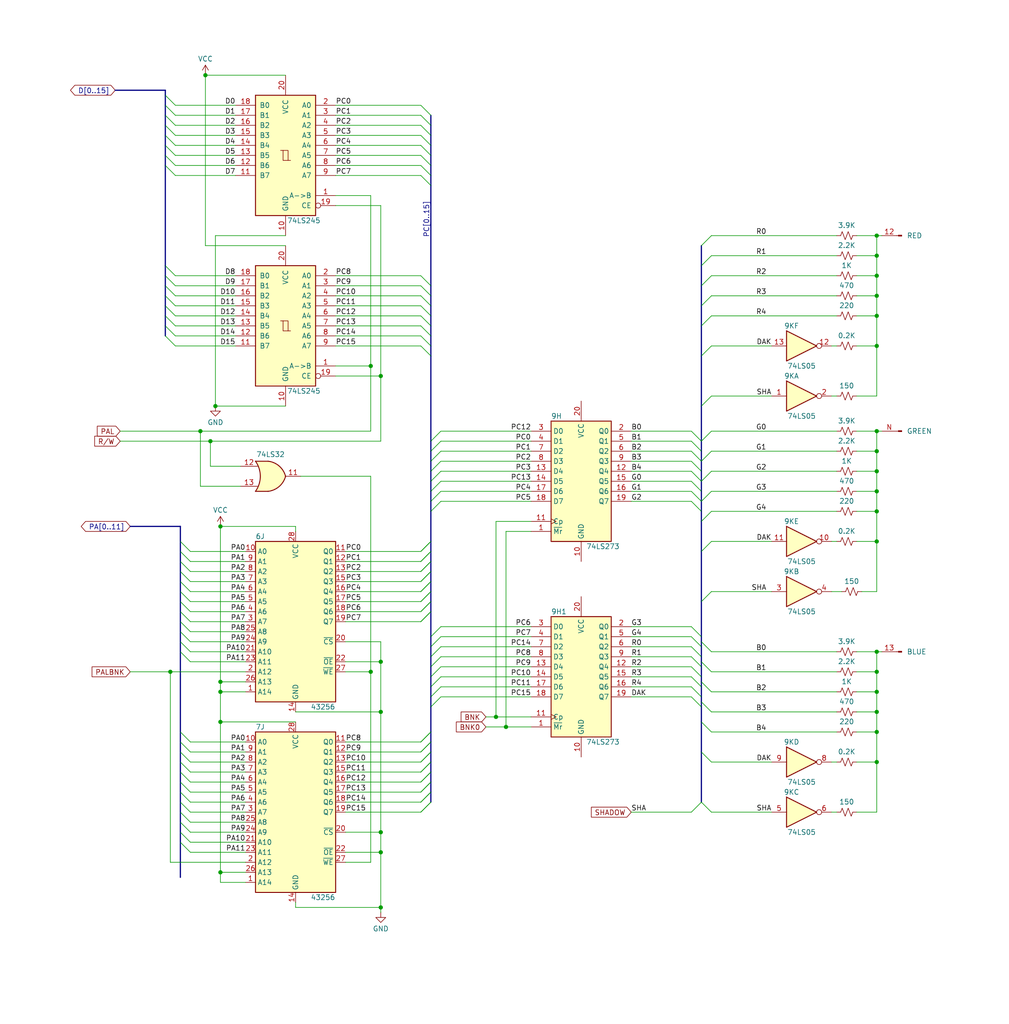
<source format=kicad_sch>
(kicad_sch (version 20230121) (generator eeschema)
  (paper "User" 255.803 259.41)
  (title_block (title "RGB - Palette Converter") (date "2023-08-15") (company "SNK") (comment 3 "Converted by Frater ") (comment 4 "NEO-GEO MVS MV1F"))
  (lib_symbols
    (symbol "74xx:74LS05" (pin_names (offset 1.016))
      (property "Reference" "U" (at 0 1.27 0))
      (property "Value" "74LS05" (at 0 -1.27 0))
      (symbol "74LS05_1_0"
        (pin input line (at -7.62 0 0) (length 3.81) (name "~") (number "1"))
        (pin open_collector inverted (at 7.62 0 180) (length 3.81) (name "~") (number "2"))
      )
      (symbol "74LS05_2_0"
        (pin input line (at -7.62 0 0) (length 3.81) (name "~") (number "3"))
        (pin open_collector inverted (at 7.62 0 180) (length 3.81) (name "~") (number "4"))
      )
      (symbol "74LS05_3_0"
        (pin input line (at -7.62 0 0) (length 3.81) (name "~") (number "5"))
        (pin open_collector inverted (at 7.62 0 180) (length 3.81) (name "~") (number "6"))
      )
      (symbol "74LS05_4_0"
        (pin open_collector inverted (at 7.62 0 180) (length 3.81) (name "~") (number "8"))
        (pin input line (at -7.62 0 0) (length 3.81) (name "~") (number "9"))
      )
      (symbol "74LS05_5_0"
        (pin open_collector inverted (at 7.62 0 180) (length 3.81) (name "~") (number "10"))
        (pin input line (at -7.62 0 0) (length 3.81) (name "~") (number "11"))
      )
      (symbol "74LS05_6_0"
        (pin open_collector inverted (at 7.62 0 180) (length 3.81) (name "~") (number "12"))
        (pin input line (at -7.62 0 0) (length 3.81) (name "~") (number "13"))
      )
      (symbol "74LS05_7_0"
        (pin power_in line (at 0 12.7 270) (length 5.08) (name "VCC") (number "14"))
        (pin power_in line (at 0 -12.7 90) (length 5.08) (name "GND") (number "7"))
      )
    )
    (symbol "74xx:74LS245" (pin_names (offset 1.016))
      (property "Reference" "U" (at -7.62 16.51 0))
      (property "Value" "74LS245" (at -7.62 -16.51 0))
      (symbol "74LS245_1_0"
        (pin input line (at -12.7 -10.16 0) (length 5.08) (name "A->B") (number "1"))
        (pin power_in line (at 0 -20.32 90) (length 5.08) (name "GND") (number "10"))
        (pin tri_state line (at 12.7 -5.08 180) (length 5.08) (name "B7") (number "11"))
        (pin tri_state line (at 12.7 -2.54 180) (length 5.08) (name "B6") (number "12"))
        (pin tri_state line (at 12.7 0 180) (length 5.08) (name "B5") (number "13"))
        (pin tri_state line (at 12.7 2.54 180) (length 5.08) (name "B4") (number "14"))
        (pin tri_state line (at 12.7 5.08 180) (length 5.08) (name "B3") (number "15"))
        (pin tri_state line (at 12.7 7.62 180) (length 5.08) (name "B2") (number "16"))
        (pin tri_state line (at 12.7 10.16 180) (length 5.08) (name "B1") (number "17"))
        (pin tri_state line (at 12.7 12.7 180) (length 5.08) (name "B0") (number "18"))
        (pin input inverted (at -12.7 -12.7 0) (length 5.08) (name "CE") (number "19"))
        (pin tri_state line (at -12.7 12.7 0) (length 5.08) (name "A0") (number "2"))
        (pin power_in line (at 0 20.32 270) (length 5.08) (name "VCC") (number "20"))
        (pin tri_state line (at -12.7 10.16 0) (length 5.08) (name "A1") (number "3"))
        (pin tri_state line (at -12.7 7.62 0) (length 5.08) (name "A2") (number "4"))
        (pin tri_state line (at -12.7 5.08 0) (length 5.08) (name "A3") (number "5"))
        (pin tri_state line (at -12.7 2.54 0) (length 5.08) (name "A4") (number "6"))
        (pin tri_state line (at -12.7 0 0) (length 5.08) (name "A5") (number "7"))
        (pin tri_state line (at -12.7 -2.54 0) (length 5.08) (name "A6") (number "8"))
        (pin tri_state line (at -12.7 -5.08 0) (length 5.08) (name "A7") (number "9"))
      )
    )
    (symbol "74xx:74LS273"
      (property "Reference" "U" (at -7.62 16.51 0))
      (property "Value" "74LS273" (at -7.62 -16.51 0))
      (symbol "74LS273_1_0"
        (pin input line (at -12.7 -12.7 0) (length 5.08) (name "~{Mr}") (number "1"))
        (pin power_in line (at 0 -20.32 90) (length 5.08) (name "GND") (number "10"))
        (pin input clock (at -12.7 -10.16 0) (length 5.08) (name "Cp") (number "11"))
        (pin output line (at 12.7 2.54 180) (length 5.08) (name "Q4") (number "12"))
        (pin input line (at -12.7 2.54 0) (length 5.08) (name "D4") (number "13"))
        (pin input line (at -12.7 0 0) (length 5.08) (name "D5") (number "14"))
        (pin output line (at 12.7 0 180) (length 5.08) (name "Q5") (number "15"))
        (pin output line (at 12.7 -2.54 180) (length 5.08) (name "Q6") (number "16"))
        (pin input line (at -12.7 -2.54 0) (length 5.08) (name "D6") (number "17"))
        (pin input line (at -12.7 -5.08 0) (length 5.08) (name "D7") (number "18"))
        (pin output line (at 12.7 -5.08 180) (length 5.08) (name "Q7") (number "19"))
        (pin output line (at 12.7 12.7 180) (length 5.08) (name "Q0") (number "2"))
        (pin power_in line (at 0 20.32 270) (length 5.08) (name "VCC") (number "20"))
        (pin input line (at -12.7 12.7 0) (length 5.08) (name "D0") (number "3"))
        (pin input line (at -12.7 10.16 0) (length 5.08) (name "D1") (number "4"))
        (pin output line (at 12.7 10.16 180) (length 5.08) (name "Q1") (number "5"))
        (pin output line (at 12.7 7.62 180) (length 5.08) (name "Q2") (number "6"))
        (pin input line (at -12.7 7.62 0) (length 5.08) (name "D2") (number "7"))
        (pin input line (at -12.7 5.08 0) (length 5.08) (name "D3") (number "8"))
        (pin output line (at 12.7 5.08 180) (length 5.08) (name "Q3") (number "9"))
      )
    )
    (symbol "74xx:74LS32" (pin_names (offset 1.016))
      (property "Reference" "U" (at 0 1.27 0))
      (property "Value" "74LS32" (at 0 -1.27 0))
      (symbol "74LS32_1_1"
        (pin input line (at -7.62 2.54 0) (length 4.318) (name "~") (number "1"))
        (pin input line (at -7.62 -2.54 0) (length 4.318) (name "~") (number "2"))
        (pin output line (at 7.62 0 180) (length 3.81) (name "~") (number "3"))
      )
      (symbol "74LS32_1_2"
        (pin input inverted (at -7.62 2.54 0) (length 3.81) (name "~") (number "1"))
        (pin input inverted (at -7.62 -2.54 0) (length 3.81) (name "~") (number "2"))
        (pin output inverted (at 7.62 0 180) (length 3.81) (name "~") (number "3"))
      )
      (symbol "74LS32_2_1"
        (pin input line (at -7.62 2.54 0) (length 4.318) (name "~") (number "4"))
        (pin input line (at -7.62 -2.54 0) (length 4.318) (name "~") (number "5"))
        (pin output line (at 7.62 0 180) (length 3.81) (name "~") (number "6"))
      )
      (symbol "74LS32_2_2"
        (pin input inverted (at -7.62 2.54 0) (length 3.81) (name "~") (number "4"))
        (pin input inverted (at -7.62 -2.54 0) (length 3.81) (name "~") (number "5"))
        (pin output inverted (at 7.62 0 180) (length 3.81) (name "~") (number "6"))
      )
      (symbol "74LS32_3_1"
        (pin input line (at -7.62 -2.54 0) (length 4.318) (name "~") (number "10"))
        (pin output line (at 7.62 0 180) (length 3.81) (name "~") (number "8"))
        (pin input line (at -7.62 2.54 0) (length 4.318) (name "~") (number "9"))
      )
      (symbol "74LS32_3_2"
        (pin input inverted (at -7.62 -2.54 0) (length 3.81) (name "~") (number "10"))
        (pin output inverted (at 7.62 0 180) (length 3.81) (name "~") (number "8"))
        (pin input inverted (at -7.62 2.54 0) (length 3.81) (name "~") (number "9"))
      )
      (symbol "74LS32_4_1"
        (pin output line (at 7.62 0 180) (length 3.81) (name "~") (number "11"))
        (pin input line (at -7.62 2.54 0) (length 4.318) (name "~") (number "12"))
        (pin input line (at -7.62 -2.54 0) (length 4.318) (name "~") (number "13"))
      )
      (symbol "74LS32_4_2"
        (pin output inverted (at 7.62 0 180) (length 3.81) (name "~") (number "11"))
        (pin input inverted (at -7.62 2.54 0) (length 3.81) (name "~") (number "12"))
        (pin input inverted (at -7.62 -2.54 0) (length 3.81) (name "~") (number "13"))
      )
      (symbol "74LS32_5_0"
        (pin power_in line (at 0 12.7 270) (length 5.08) (name "VCC") (number "14"))
        (pin power_in line (at 0 -12.7 90) (length 5.08) (name "GND") (number "7"))
      )
    )
    (symbol "Conn_01x01_Pin_1" (pin_names (offset 1.016) hide)
      (property "Value" "GREEN" (at -1.27 0 0))
      (symbol "Conn_01x01_Pin_1_1_1"
        (pin passive line (at 5.08 0 180) (length 3.81) (name "Pin_N") (number "N"))
      )
    )
    (symbol "Conn_01x01_Pin_2" (pin_names (offset 1.016) hide)
      (property "Value" "BLUE" (at -1.27 0 0))
      (symbol "Conn_01x01_Pin_2_1_1"
        (pin passive line (at 5.08 0 180) (length 3.81) (name "Pin_13") (number "13"))
      )
    )
    (symbol "Connector:Conn_01x01_Pin" (pin_names (offset 1.016) hide)
      (property "Value" "RED" (at -2.54 0 0))
      (symbol "Conn_01x01_Pin_1_1"
        (pin passive line (at 5.08 0 180) (length 3.81) (name "Pin_12") (number "12"))
      )
    )
    (symbol "Device:R_Small_US" (pin_numbers hide) (pin_names (offset 0.254) hide)
      (property "Reference" "R" (at 0.762 0.508 0))
      (property "Value" "R_Small_US" (at 0.762 -1.016 0))
      (symbol "R_Small_US_1_1"
        (pin passive line (at 0 2.54 270) (length 1.016) (name "~") (number "1"))
        (pin passive line (at 0 -2.54 90) (length 1.016) (name "~") (number "2"))
      )
    )
    (symbol "Memory_RAM:KM62256CLP"
      (property "Reference" "U" (at -10.16 20.955 0))
      (property "Value" "KM62256CLP" (at 2.54 20.955 0))
      (symbol "KM62256CLP_0_0"
        (pin power_in line (at 0 -22.86 90) (length 2.54) (name "GND") (number "14"))
        (pin power_in line (at 0 22.86 270) (length 2.54) (name "VCC") (number "28"))
      )
      (symbol "KM62256CLP_1_1"
        (pin input line (at -12.7 -17.78 0) (length 2.54) (name "A14") (number "1"))
        (pin input line (at -12.7 17.78 0) (length 2.54) (name "A0") (number "10"))
        (pin tri_state line (at 12.7 17.78 180) (length 2.54) (name "Q0") (number "11"))
        (pin tri_state line (at 12.7 15.24 180) (length 2.54) (name "Q1") (number "12"))
        (pin tri_state line (at 12.7 12.7 180) (length 2.54) (name "Q2") (number "13"))
        (pin tri_state line (at 12.7 10.16 180) (length 2.54) (name "Q3") (number "15"))
        (pin tri_state line (at 12.7 7.62 180) (length 2.54) (name "Q4") (number "16"))
        (pin tri_state line (at 12.7 5.08 180) (length 2.54) (name "Q5") (number "17"))
        (pin tri_state line (at 12.7 2.54 180) (length 2.54) (name "Q6") (number "18"))
        (pin tri_state line (at 12.7 0 180) (length 2.54) (name "Q7") (number "19"))
        (pin input line (at -12.7 -12.7 0) (length 2.54) (name "A12") (number "2"))
        (pin input line (at 12.7 -5.08 180) (length 2.54) (name "~{CS}") (number "20"))
        (pin input line (at -12.7 -7.62 0) (length 2.54) (name "A10") (number "21"))
        (pin input line (at 12.7 -10.16 180) (length 2.54) (name "~{OE}") (number "22"))
        (pin input line (at -12.7 -10.16 0) (length 2.54) (name "A11") (number "23"))
        (pin input line (at -12.7 -5.08 0) (length 2.54) (name "A9") (number "24"))
        (pin input line (at -12.7 -2.54 0) (length 2.54) (name "A8") (number "25"))
        (pin input line (at -12.7 -15.24 0) (length 2.54) (name "A13") (number "26"))
        (pin input line (at 12.7 -12.7 180) (length 2.54) (name "~{WE}") (number "27"))
        (pin input line (at -12.7 0 0) (length 2.54) (name "A7") (number "3"))
        (pin input line (at -12.7 2.54 0) (length 2.54) (name "A6") (number "4"))
        (pin input line (at -12.7 5.08 0) (length 2.54) (name "A5") (number "5"))
        (pin input line (at -12.7 7.62 0) (length 2.54) (name "A4") (number "6"))
        (pin input line (at -12.7 10.16 0) (length 2.54) (name "A3") (number "7"))
        (pin input line (at -12.7 12.7 0) (length 2.54) (name "A2") (number "8"))
        (pin input line (at -12.7 15.24 0) (length 2.54) (name "A1") (number "9"))
      )
    )
    (symbol "power:GND" (power) (pin_names (offset 0))
      (property "Value" "GND" (at 0 -3.81 0))
      (symbol "GND_1_1"
        (pin power_in line (at 0 0 270) (length 0) hide (name "GND") (number "1"))
      )
    )
    (symbol "power:VCC" (power) (pin_names (offset 0))
      (property "Value" "VCC" (at 0 3.81 0))
      (symbol "VCC_1_1"
        (pin power_in line (at 0 0 90) (length 0) hide (name "VCC") (number "1"))
      )
    )
  )
  (junction (at 55.88 133.35))
  (junction (at 96.52 215.9))
  (junction (at 222.25 69.85))
  (junction (at 96.52 167.64))
  (junction (at 222.25 170.18))
  (junction (at 96.52 180.34))
  (junction (at 222.25 175.26))
  (junction (at 93.98 92.71))
  (junction (at 128.27 184.15))
  (junction (at 222.25 180.34))
  (junction (at 222.25 80.01))
  (junction (at 222.25 87.63))
  (junction (at 222.25 114.3))
  (junction (at 222.25 193.04))
  (junction (at 96.52 95.25))
  (junction (at 43.18 170.18))
  (junction (at 55.88 220.98))
  (junction (at 96.52 229.87))
  (junction (at 93.98 170.18))
  (junction (at 222.25 165.1))
  (junction (at 222.25 59.69))
  (junction (at 222.25 64.77))
  (junction (at 54.61 102.87))
  (junction (at 96.52 210.82))
  (junction (at 222.25 119.38))
  (junction (at 50.8 109.22))
  (junction (at 53.34 111.76))
  (junction (at 55.88 182.88))
  (junction (at 55.88 175.26))
  (junction (at 222.25 137.16))
  (junction (at 125.73 181.61))
  (junction (at 222.25 124.46))
  (junction (at 222.25 109.22))
  (junction (at 55.88 172.72))
  (junction (at 222.25 129.54))
  (junction (at 222.25 185.42))
  (junction (at 222.25 74.93))
  (junction (at 52.07 19.05))
  (bus_entry (at 45.72 210.82) (size 2.54 2.54))
  (bus_entry (at 177.8 166.37) (size -2.54 -2.54))
  (bus_entry (at 109.22 168.91) (size 2.54 -2.54))
  (bus_entry (at 109.22 193.04) (size -2.54 2.54))
  (bus_entry (at 109.22 195.58) (size -2.54 2.54))
  (bus_entry (at 177.8 111.76) (size -2.54 -2.54))
  (bus_entry (at 109.22 198.12) (size -2.54 2.54))
  (bus_entry (at 109.22 77.47) (size -2.54 -2.54))
  (bus_entry (at 109.22 161.29) (size 2.54 -2.54))
  (bus_entry (at 45.72 190.5) (size 2.54 2.54))
  (bus_entry (at 177.8 77.47) (size 2.54 -2.54))
  (bus_entry (at 109.22 41.91) (size -2.54 -2.54))
  (bus_entry (at 109.22 171.45) (size 2.54 -2.54))
  (bus_entry (at 109.22 185.42) (size -2.54 2.54))
  (bus_entry (at 45.72 152.4) (size 2.54 2.54))
  (bus_entry (at 109.22 137.16) (size -2.54 2.54))
  (bus_entry (at 45.72 195.58) (size 2.54 2.54))
  (bus_entry (at 180.34 185.42) (size -2.54 -2.54))
  (bus_entry (at 109.22 147.32) (size -2.54 2.54))
  (bus_entry (at 109.22 39.37) (size -2.54 -2.54))
  (bus_entry (at 109.22 142.24) (size -2.54 2.54))
  (bus_entry (at 109.22 90.17) (size -2.54 -2.54))
  (bus_entry (at 45.72 200.66) (size 2.54 2.54))
  (bus_entry (at 109.22 176.53) (size 2.54 -2.54))
  (bus_entry (at 109.22 166.37) (size 2.54 -2.54))
  (bus_entry (at 180.34 165.1) (size -2.54 -2.54))
  (bus_entry (at 109.22 149.86) (size -2.54 2.54))
  (bus_entry (at 45.72 154.94) (size 2.54 2.54))
  (bus_entry (at 41.91 39.37) (size 2.54 2.54))
  (bus_entry (at 45.72 139.7) (size 2.54 2.54))
  (bus_entry (at 109.22 185.42) (size -2.54 2.54))
  (bus_entry (at 177.8 72.39) (size 2.54 -2.54))
  (bus_entry (at 109.22 152.4) (size -2.54 2.54))
  (bus_entry (at 109.22 34.29) (size -2.54 -2.54))
  (bus_entry (at 109.22 44.45) (size -2.54 -2.54))
  (bus_entry (at 45.72 187.96) (size 2.54 2.54))
  (bus_entry (at 177.8 161.29) (size -2.54 -2.54))
  (bus_entry (at 109.22 190.5) (size -2.54 2.54))
  (bus_entry (at 41.91 41.91) (size 2.54 2.54))
  (bus_entry (at 109.22 198.12) (size -2.54 2.54))
  (bus_entry (at 45.72 185.42) (size 2.54 2.54))
  (bus_entry (at 109.22 200.66) (size -2.54 2.54))
  (bus_entry (at 109.22 149.86) (size -2.54 2.54))
  (bus_entry (at 109.22 173.99) (size 2.54 -2.54))
  (bus_entry (at 180.34 170.18) (size -2.54 -2.54))
  (bus_entry (at 109.22 152.4) (size -2.54 2.54))
  (bus_entry (at 109.22 72.39) (size -2.54 -2.54))
  (bus_entry (at 109.22 142.24) (size -2.54 2.54))
  (bus_entry (at 180.34 180.34) (size -2.54 -2.54))
  (bus_entry (at 177.8 203.2) (size -2.54 2.54))
  (bus_entry (at 109.22 85.09) (size -2.54 -2.54))
  (bus_entry (at 45.72 142.24) (size 2.54 2.54))
  (bus_entry (at 177.8 139.7) (size 2.54 -2.54))
  (bus_entry (at 180.34 175.26) (size -2.54 -2.54))
  (bus_entry (at 41.91 26.67) (size 2.54 2.54))
  (bus_entry (at 45.72 213.36) (size 2.54 2.54))
  (bus_entry (at 177.8 179.07) (size -2.54 -2.54))
  (bus_entry (at 177.8 168.91) (size -2.54 -2.54))
  (bus_entry (at 109.22 154.94) (size -2.54 2.54))
  (bus_entry (at 177.8 116.84) (size 2.54 -2.54))
  (bus_entry (at 109.22 111.76) (size 2.54 -2.54))
  (bus_entry (at 109.22 137.16) (size -2.54 2.54))
  (bus_entry (at 177.8 129.54) (size -2.54 -2.54))
  (bus_entry (at 109.22 187.96) (size -2.54 2.54))
  (bus_entry (at 41.91 31.75) (size 2.54 2.54))
  (bus_entry (at 109.22 147.32) (size -2.54 2.54))
  (bus_entry (at 177.8 90.17) (size 2.54 -2.54))
  (bus_entry (at 41.91 24.13) (size 2.54 2.54))
  (bus_entry (at 177.8 62.23) (size 2.54 -2.54))
  (bus_entry (at 41.91 77.47) (size 2.54 2.54))
  (bus_entry (at 45.72 149.86) (size 2.54 2.54))
  (bus_entry (at 109.22 114.3) (size 2.54 -2.54))
  (bus_entry (at 41.91 69.85) (size 2.54 2.54))
  (bus_entry (at 109.22 29.21) (size -2.54 -2.54))
  (bus_entry (at 109.22 139.7) (size -2.54 2.54))
  (bus_entry (at 177.8 121.92) (size -2.54 -2.54))
  (bus_entry (at 109.22 203.2) (size -2.54 2.54))
  (bus_entry (at 109.22 74.93) (size -2.54 -2.54))
  (bus_entry (at 109.22 119.38) (size 2.54 -2.54))
  (bus_entry (at 177.8 121.92) (size 2.54 -2.54))
  (bus_entry (at 177.8 124.46) (size -2.54 -2.54))
  (bus_entry (at 109.22 116.84) (size 2.54 -2.54))
  (bus_entry (at 177.8 173.99) (size -2.54 -2.54))
  (bus_entry (at 177.8 114.3) (size -2.54 -2.54))
  (bus_entry (at 41.91 29.21) (size 2.54 2.54))
  (bus_entry (at 177.8 111.76) (size 2.54 -2.54))
  (bus_entry (at 177.8 176.53) (size -2.54 -2.54))
  (bus_entry (at 109.22 127) (size 2.54 -2.54))
  (bus_entry (at 45.72 162.56) (size 2.54 2.54))
  (bus_entry (at 177.8 127) (size -2.54 -2.54))
  (bus_entry (at 109.22 193.04) (size -2.54 2.54))
  (bus_entry (at 45.72 193.04) (size 2.54 2.54))
  (bus_entry (at 41.91 72.39) (size 2.54 2.54))
  (bus_entry (at 45.72 160.02) (size 2.54 2.54))
  (bus_entry (at 109.22 190.5) (size -2.54 2.54))
  (bus_entry (at 109.22 36.83) (size -2.54 -2.54))
  (bus_entry (at 180.34 205.74) (size -2.54 -2.54))
  (bus_entry (at 41.91 82.55) (size 2.54 2.54))
  (bus_entry (at 109.22 121.92) (size 2.54 -2.54))
  (bus_entry (at 109.22 203.2) (size -2.54 2.54))
  (bus_entry (at 109.22 163.83) (size 2.54 -2.54))
  (bus_entry (at 41.91 74.93) (size 2.54 2.54))
  (bus_entry (at 177.8 152.4) (size 2.54 -2.54))
  (bus_entry (at 109.22 124.46) (size 2.54 -2.54))
  (bus_entry (at 45.72 137.16) (size 2.54 2.54))
  (bus_entry (at 109.22 31.75) (size -2.54 -2.54))
  (bus_entry (at 45.72 205.74) (size 2.54 2.54))
  (bus_entry (at 109.22 144.78) (size -2.54 2.54))
  (bus_entry (at 45.72 208.28) (size 2.54 2.54))
  (bus_entry (at 109.22 129.54) (size 2.54 -2.54))
  (bus_entry (at 41.91 34.29) (size 2.54 2.54))
  (bus_entry (at 41.91 67.31) (size 2.54 2.54))
  (bus_entry (at 45.72 144.78) (size 2.54 2.54))
  (bus_entry (at 177.8 163.83) (size -2.54 -2.54))
  (bus_entry (at 177.8 127) (size 2.54 -2.54))
  (bus_entry (at 109.22 200.66) (size -2.54 2.54))
  (bus_entry (at 109.22 82.55) (size -2.54 -2.54))
  (bus_entry (at 109.22 46.99) (size -2.54 -2.54))
  (bus_entry (at 177.8 82.55) (size 2.54 -2.54))
  (bus_entry (at 109.22 139.7) (size -2.54 2.54))
  (bus_entry (at 41.91 36.83) (size 2.54 2.54))
  (bus_entry (at 45.72 157.48) (size 2.54 2.54))
  (bus_entry (at 41.91 80.01) (size 2.54 2.54))
  (bus_entry (at 177.8 119.38) (size -2.54 -2.54))
  (bus_entry (at 109.22 154.94) (size -2.54 2.54))
  (bus_entry (at 180.34 193.04) (size -2.54 -2.54))
  (bus_entry (at 109.22 80.01) (size -2.54 -2.54))
  (bus_entry (at 109.22 87.63) (size -2.54 -2.54))
  (bus_entry (at 177.8 171.45) (size -2.54 -2.54))
  (bus_entry (at 109.22 195.58) (size -2.54 2.54))
  (bus_entry (at 45.72 198.12) (size 2.54 2.54))
  (bus_entry (at 109.22 144.78) (size -2.54 2.54))
  (bus_entry (at 41.91 85.09) (size 2.54 2.54))
  (bus_entry (at 177.8 67.31) (size 2.54 -2.54))
  (bus_entry (at 45.72 147.32) (size 2.54 2.54))
  (bus_entry (at 45.72 165.1) (size 2.54 2.54))
  (bus_entry (at 45.72 203.2) (size 2.54 2.54))
  (bus_entry (at 109.22 187.96) (size -2.54 2.54))
  (bus_entry (at 177.8 132.08) (size 2.54 -2.54))
  (bus_entry (at 109.22 179.07) (size 2.54 -2.54))
  (bus_entry (at 177.8 116.84) (size -2.54 -2.54))
  (bus_entry (at 177.8 102.87) (size 2.54 -2.54))
  (wire (pts (xy 111.76 111.76) (xy 134.62 111.76)))
  (bus (pts (xy 109.22 163.83) (xy 109.22 166.37)))
  (wire (pts (xy 55.88 175.26) (xy 55.88 182.88)))
  (wire (pts (xy 222.25 119.38) (xy 222.25 114.3)))
  (bus (pts (xy 45.72 190.5) (xy 45.72 193.04)))
  (bus (pts (xy 109.22 147.32) (xy 109.22 149.86)))
  (bus (pts (xy 177.8 67.31) (xy 177.8 72.39)))
  (wire (pts (xy 111.76 163.83) (xy 134.62 163.83)))
  (wire (pts (xy 44.45 39.37) (xy 59.69 39.37)))
  (wire (pts (xy 195.58 137.16) (xy 180.34 137.16)))
  (wire (pts (xy 210.82 87.63) (xy 212.09 87.63)))
  (bus (pts (xy 177.8 152.4) (xy 177.8 161.29)))
  (wire (pts (xy 48.26 195.58) (xy 62.23 195.58)))
  (wire (pts (xy 33.02 170.18) (xy 43.18 170.18)))
  (wire (pts (xy 222.25 193.04) (xy 222.25 185.42)))
  (wire (pts (xy 222.25 137.16) (xy 222.25 129.54)))
  (wire (pts (xy 48.26 139.7) (xy 62.23 139.7)))
  (bus (pts (xy 177.8 127) (xy 177.8 129.54)))
  (bus (pts (xy 45.72 187.96) (xy 45.72 190.5)))
  (wire (pts (xy 222.25 170.18) (xy 222.25 165.1)))
  (bus (pts (xy 109.22 187.96) (xy 109.22 190.5)))
  (wire (pts (xy 87.63 203.2) (xy 106.68 203.2)))
  (wire (pts (xy 55.88 220.98) (xy 55.88 223.52)))
  (wire (pts (xy 212.09 74.93) (xy 180.34 74.93)))
  (wire (pts (xy 55.88 175.26) (xy 55.88 172.72)))
  (wire (pts (xy 222.25 87.63) (xy 222.25 80.01)))
  (bus (pts (xy 109.22 119.38) (xy 109.22 121.92)))
  (wire (pts (xy 111.76 121.92) (xy 134.62 121.92)))
  (wire (pts (xy 217.17 87.63) (xy 222.25 87.63)))
  (wire (pts (xy 212.09 64.77) (xy 180.34 64.77)))
  (wire (pts (xy 55.88 220.98) (xy 62.23 220.98)))
  (bus (pts (xy 109.22 29.21) (xy 109.22 31.75)))
  (wire (pts (xy 85.09 52.07) (xy 96.52 52.07)))
  (wire (pts (xy 87.63 167.64) (xy 96.52 167.64)))
  (bus (pts (xy 177.8 172.72) (xy 177.8 173.99)))
  (wire (pts (xy 160.02 176.53) (xy 175.26 176.53)))
  (wire (pts (xy 44.45 80.01) (xy 59.69 80.01)))
  (wire (pts (xy 222.25 149.86) (xy 222.25 137.16)))
  (wire (pts (xy 96.52 111.76) (xy 53.34 111.76)))
  (wire (pts (xy 93.98 92.71) (xy 93.98 49.53)))
  (bus (pts (xy 177.8 173.99) (xy 177.8 176.53)))
  (bus (pts (xy 109.22 185.42) (xy 109.22 187.96)))
  (wire (pts (xy 128.27 134.62) (xy 128.27 184.15)))
  (bus (pts (xy 29.21 22.86) (xy 41.91 22.86)))
  (bus (pts (xy 177.8 163.83) (xy 177.8 166.37)))
  (wire (pts (xy 180.34 149.86) (xy 195.58 149.86)))
  (bus (pts (xy 33.02 133.35) (xy 45.72 133.35)))
  (wire (pts (xy 212.09 69.85) (xy 180.34 69.85)))
  (bus (pts (xy 109.22 85.09) (xy 109.22 87.63)))
  (wire (pts (xy 212.09 175.26) (xy 180.34 175.26)))
  (wire (pts (xy 87.63 198.12) (xy 106.68 198.12)))
  (bus (pts (xy 109.22 152.4) (xy 109.22 154.94)))
  (wire (pts (xy 217.17 59.69) (xy 222.25 59.69)))
  (wire (pts (xy 212.09 129.54) (xy 180.34 129.54)))
  (bus (pts (xy 41.91 31.75) (xy 41.91 34.29)))
  (wire (pts (xy 48.26 208.28) (xy 62.23 208.28)))
  (wire (pts (xy 87.63 193.04) (xy 106.68 193.04)))
  (wire (pts (xy 43.18 170.18) (xy 62.23 170.18)))
  (bus (pts (xy 109.22 80.01) (xy 109.22 82.55)))
  (bus (pts (xy 109.22 190.5) (xy 109.22 193.04)))
  (bus (pts (xy 109.22 34.29) (xy 109.22 36.83)))
  (wire (pts (xy 125.73 181.61) (xy 134.62 181.61)))
  (wire (pts (xy 160.02 111.76) (xy 175.26 111.76)))
  (bus (pts (xy 41.91 80.01) (xy 41.91 82.55)))
  (bus (pts (xy 177.8 102.87) (xy 177.8 111.76)))
  (bus (pts (xy 45.72 137.16) (xy 45.72 139.7)))
  (bus (pts (xy 45.72 213.36) (xy 45.72 222.25)))
  (wire (pts (xy 160.02 163.83) (xy 175.26 163.83)))
  (wire (pts (xy 128.27 184.15) (xy 134.62 184.15)))
  (wire (pts (xy 222.25 205.74) (xy 222.25 193.04)))
  (wire (pts (xy 106.68 34.29) (xy 85.09 34.29)))
  (wire (pts (xy 48.26 160.02) (xy 62.23 160.02)))
  (wire (pts (xy 106.68 85.09) (xy 85.09 85.09)))
  (wire (pts (xy 30.48 109.22) (xy 50.8 109.22)))
  (bus (pts (xy 41.91 77.47) (xy 41.91 80.01)))
  (wire (pts (xy 48.26 190.5) (xy 62.23 190.5)))
  (wire (pts (xy 48.26 198.12) (xy 62.23 198.12)))
  (wire (pts (xy 111.76 109.22) (xy 134.62 109.22)))
  (bus (pts (xy 109.22 87.63) (xy 109.22 90.17)))
  (wire (pts (xy 160.02 127) (xy 175.26 127)))
  (bus (pts (xy 177.8 132.08) (xy 177.8 139.7)))
  (wire (pts (xy 222.25 80.01) (xy 222.25 74.93)))
  (wire (pts (xy 48.26 215.9) (xy 62.23 215.9)))
  (wire (pts (xy 44.45 29.21) (xy 59.69 29.21)))
  (wire (pts (xy 74.93 229.87) (xy 74.93 228.6)))
  (wire (pts (xy 195.58 193.04) (xy 180.34 193.04)))
  (wire (pts (xy 96.52 215.9) (xy 96.52 229.87)))
  (wire (pts (xy 96.52 111.76) (xy 96.52 95.25)))
  (wire (pts (xy 160.02 116.84) (xy 175.26 116.84)))
  (bus (pts (xy 109.22 74.93) (xy 109.22 77.47)))
  (wire (pts (xy 48.26 165.1) (xy 62.23 165.1)))
  (bus (pts (xy 109.22 124.46) (xy 109.22 127)))
  (wire (pts (xy 222.25 59.69) (xy 223.52 59.69)))
  (bus (pts (xy 45.72 142.24) (xy 45.72 144.78)))
  (wire (pts (xy 87.63 149.86) (xy 106.68 149.86)))
  (wire (pts (xy 212.09 170.18) (xy 180.34 170.18)))
  (wire (pts (xy 44.45 82.55) (xy 59.69 82.55)))
  (bus (pts (xy 41.91 36.83) (xy 41.91 39.37)))
  (wire (pts (xy 93.98 49.53) (xy 85.09 49.53)))
  (bus (pts (xy 177.8 139.7) (xy 177.8 152.4)))
  (wire (pts (xy 217.17 205.74) (xy 222.25 205.74)))
  (wire (pts (xy 111.76 124.46) (xy 134.62 124.46)))
  (wire (pts (xy 53.34 118.11) (xy 53.34 111.76)))
  (bus (pts (xy 177.8 121.92) (xy 177.8 124.46)))
  (wire (pts (xy 52.07 19.05) (xy 52.07 62.23)))
  (bus (pts (xy 177.8 167.64) (xy 177.8 168.91)))
  (wire (pts (xy 212.09 165.1) (xy 180.34 165.1)))
  (wire (pts (xy 50.8 109.22) (xy 93.98 109.22)))
  (bus (pts (xy 45.72 152.4) (xy 45.72 154.94)))
  (wire (pts (xy 212.09 185.42) (xy 180.34 185.42)))
  (bus (pts (xy 109.22 90.17) (xy 109.22 111.76)))
  (wire (pts (xy 217.17 137.16) (xy 222.25 137.16)))
  (bus (pts (xy 109.22 72.39) (xy 109.22 74.93)))
  (wire (pts (xy 111.76 158.75) (xy 134.62 158.75)))
  (wire (pts (xy 44.45 74.93) (xy 59.69 74.93)))
  (bus (pts (xy 109.22 198.12) (xy 109.22 200.66)))
  (bus (pts (xy 177.8 114.3) (xy 177.8 116.84)))
  (wire (pts (xy 195.58 100.33) (xy 180.34 100.33)))
  (wire (pts (xy 48.26 144.78) (xy 62.23 144.78)))
  (wire (pts (xy 218.44 149.86) (xy 222.25 149.86)))
  (wire (pts (xy 54.61 102.87) (xy 72.39 102.87)))
  (wire (pts (xy 93.98 218.44) (xy 87.63 218.44)))
  (wire (pts (xy 106.68 69.85) (xy 85.09 69.85)))
  (wire (pts (xy 96.52 162.56) (xy 96.52 167.64)))
  (wire (pts (xy 48.26 147.32) (xy 62.23 147.32)))
  (bus (pts (xy 177.8 162.56) (xy 177.8 163.83)))
  (wire (pts (xy 106.68 29.21) (xy 85.09 29.21)))
  (wire (pts (xy 44.45 87.63) (xy 59.69 87.63)))
  (wire (pts (xy 111.76 114.3) (xy 134.62 114.3)))
  (wire (pts (xy 74.93 133.35) (xy 55.88 133.35)))
  (bus (pts (xy 109.22 46.99) (xy 109.22 72.39)))
  (bus (pts (xy 109.22 193.04) (xy 109.22 195.58)))
  (wire (pts (xy 53.34 111.76) (xy 30.48 111.76)))
  (wire (pts (xy 87.63 142.24) (xy 106.68 142.24)))
  (wire (pts (xy 87.63 157.48) (xy 106.68 157.48)))
  (wire (pts (xy 212.09 59.69) (xy 180.34 59.69)))
  (wire (pts (xy 160.02 109.22) (xy 175.26 109.22)))
  (wire (pts (xy 87.63 144.78) (xy 106.68 144.78)))
  (bus (pts (xy 177.8 177.8) (xy 177.8 176.53)))
  (bus (pts (xy 109.22 39.37) (xy 109.22 41.91)))
  (bus (pts (xy 45.72 147.32) (xy 45.72 149.86)))
  (bus (pts (xy 109.22 144.78) (xy 109.22 147.32)))
  (wire (pts (xy 195.58 87.63) (xy 180.34 87.63)))
  (wire (pts (xy 222.25 185.42) (xy 222.25 180.34)))
  (bus (pts (xy 45.72 185.42) (xy 45.72 187.96)))
  (bus (pts (xy 109.22 114.3) (xy 109.22 116.84)))
  (bus (pts (xy 177.8 190.5) (xy 177.8 203.2)))
  (bus (pts (xy 41.91 24.13) (xy 41.91 26.67)))
  (wire (pts (xy 217.17 64.77) (xy 222.25 64.77)))
  (bus (pts (xy 109.22 179.07) (xy 109.22 185.42)))
  (bus (pts (xy 45.72 157.48) (xy 45.72 160.02)))
  (wire (pts (xy 222.25 109.22) (xy 223.52 109.22)))
  (bus (pts (xy 109.22 154.94) (xy 109.22 161.29)))
  (bus (pts (xy 109.22 111.76) (xy 109.22 114.3)))
  (bus (pts (xy 109.22 121.92) (xy 109.22 124.46)))
  (wire (pts (xy 44.45 31.75) (xy 59.69 31.75)))
  (wire (pts (xy 93.98 170.18) (xy 93.98 218.44)))
  (wire (pts (xy 160.02 121.92) (xy 175.26 121.92)))
  (wire (pts (xy 160.02 171.45) (xy 175.26 171.45)))
  (wire (pts (xy 48.26 205.74) (xy 62.23 205.74)))
  (wire (pts (xy 48.26 149.86) (xy 62.23 149.86)))
  (wire (pts (xy 217.17 114.3) (xy 222.25 114.3)))
  (wire (pts (xy 96.52 229.87) (xy 96.52 231.14)))
  (bus (pts (xy 109.22 200.66) (xy 109.22 203.2)))
  (bus (pts (xy 45.72 154.94) (xy 45.72 157.48)))
  (bus (pts (xy 109.22 149.86) (xy 109.22 152.4)))
  (wire (pts (xy 217.17 170.18) (xy 222.25 170.18)))
  (wire (pts (xy 44.45 41.91) (xy 59.69 41.91)))
  (wire (pts (xy 72.39 59.69) (xy 54.61 59.69)))
  (bus (pts (xy 109.22 77.47) (xy 109.22 80.01)))
  (wire (pts (xy 111.76 116.84) (xy 134.62 116.84)))
  (wire (pts (xy 195.58 205.74) (xy 180.34 205.74)))
  (wire (pts (xy 48.26 162.56) (xy 62.23 162.56)))
  (wire (pts (xy 222.25 64.77) (xy 222.25 59.69)))
  (wire (pts (xy 76.2 120.65) (xy 93.98 120.65)))
  (bus (pts (xy 177.8 77.47) (xy 177.8 82.55)))
  (wire (pts (xy 106.68 39.37) (xy 85.09 39.37)))
  (wire (pts (xy 210.82 149.86) (xy 213.36 149.86)))
  (bus (pts (xy 45.72 210.82) (xy 45.72 213.36)))
  (bus (pts (xy 45.72 195.58) (xy 45.72 198.12)))
  (wire (pts (xy 222.25 100.33) (xy 222.25 87.63)))
  (wire (pts (xy 106.68 72.39) (xy 85.09 72.39)))
  (wire (pts (xy 50.8 123.19) (xy 50.8 109.22)))
  (wire (pts (xy 44.45 34.29) (xy 59.69 34.29)))
  (wire (pts (xy 87.63 152.4) (xy 106.68 152.4)))
  (wire (pts (xy 44.45 26.67) (xy 59.69 26.67)))
  (bus (pts (xy 109.22 41.91) (xy 109.22 44.45)))
  (wire (pts (xy 217.17 129.54) (xy 222.25 129.54)))
  (wire (pts (xy 217.17 193.04) (xy 222.25 193.04)))
  (wire (pts (xy 111.76 127) (xy 134.62 127)))
  (wire (pts (xy 44.45 77.47) (xy 59.69 77.47)))
  (wire (pts (xy 87.63 200.66) (xy 106.68 200.66)))
  (wire (pts (xy 55.88 223.52) (xy 62.23 223.52)))
  (wire (pts (xy 123.19 184.15) (xy 128.27 184.15)))
  (wire (pts (xy 111.76 119.38) (xy 134.62 119.38)))
  (bus (pts (xy 109.22 44.45) (xy 109.22 46.99)))
  (bus (pts (xy 177.8 116.84) (xy 177.8 119.38)))
  (wire (pts (xy 217.17 100.33) (xy 222.25 100.33)))
  (bus (pts (xy 41.91 39.37) (xy 41.91 41.91)))
  (wire (pts (xy 48.26 152.4) (xy 62.23 152.4)))
  (wire (pts (xy 96.52 210.82) (xy 96.52 215.9)))
  (bus (pts (xy 177.8 179.07) (xy 177.8 182.88)))
  (bus (pts (xy 177.8 124.46) (xy 177.8 127)))
  (wire (pts (xy 123.19 181.61) (xy 125.73 181.61)))
  (wire (pts (xy 44.45 72.39) (xy 59.69 72.39)))
  (bus (pts (xy 109.22 171.45) (xy 109.22 173.99)))
  (wire (pts (xy 48.26 193.04) (xy 62.23 193.04)))
  (wire (pts (xy 87.63 154.94) (xy 106.68 154.94)))
  (wire (pts (xy 134.62 132.08) (xy 125.73 132.08)))
  (wire (pts (xy 160.02 168.91) (xy 175.26 168.91)))
  (wire (pts (xy 212.09 114.3) (xy 180.34 114.3)))
  (wire (pts (xy 210.82 193.04) (xy 212.09 193.04)))
  (wire (pts (xy 74.93 133.35) (xy 74.93 134.62)))
  (wire (pts (xy 106.68 82.55) (xy 85.09 82.55)))
  (wire (pts (xy 212.09 180.34) (xy 180.34 180.34)))
  (wire (pts (xy 44.45 85.09) (xy 59.69 85.09)))
  (wire (pts (xy 222.25 124.46) (xy 222.25 119.38)))
  (bus (pts (xy 177.8 167.64) (xy 177.8 166.37)))
  (wire (pts (xy 106.68 77.47) (xy 85.09 77.47)))
  (wire (pts (xy 48.26 142.24) (xy 62.23 142.24)))
  (wire (pts (xy 43.18 218.44) (xy 62.23 218.44)))
  (bus (pts (xy 177.8 62.23) (xy 177.8 67.31)))
  (wire (pts (xy 93.98 92.71) (xy 93.98 109.22)))
  (wire (pts (xy 106.68 74.93) (xy 85.09 74.93)))
  (wire (pts (xy 74.93 180.34) (xy 96.52 180.34)))
  (bus (pts (xy 109.22 142.24) (xy 109.22 144.78)))
  (wire (pts (xy 125.73 132.08) (xy 125.73 181.61)))
  (wire (pts (xy 85.09 95.25) (xy 96.52 95.25)))
  (wire (pts (xy 96.52 180.34) (xy 96.52 210.82)))
  (wire (pts (xy 87.63 205.74) (xy 106.68 205.74)))
  (bus (pts (xy 109.22 168.91) (xy 109.22 171.45)))
  (wire (pts (xy 160.02 114.3) (xy 175.26 114.3)))
  (wire (pts (xy 106.68 36.83) (xy 85.09 36.83)))
  (bus (pts (xy 177.8 111.76) (xy 177.8 114.3)))
  (wire (pts (xy 60.96 118.11) (xy 53.34 118.11)))
  (wire (pts (xy 87.63 195.58) (xy 106.68 195.58)))
  (bus (pts (xy 177.8 72.39) (xy 177.8 77.47)))
  (wire (pts (xy 96.52 52.07) (xy 96.52 95.25)))
  (bus (pts (xy 41.91 69.85) (xy 41.91 72.39)))
  (wire (pts (xy 85.09 92.71) (xy 93.98 92.71)))
  (wire (pts (xy 160.02 124.46) (xy 175.26 124.46)))
  (wire (pts (xy 87.63 170.18) (xy 93.98 170.18)))
  (wire (pts (xy 210.82 137.16) (xy 212.09 137.16)))
  (bus (pts (xy 41.91 41.91) (xy 41.91 67.31)))
  (wire (pts (xy 87.63 139.7) (xy 106.68 139.7)))
  (bus (pts (xy 45.72 160.02) (xy 45.72 162.56)))
  (wire (pts (xy 217.17 175.26) (xy 222.25 175.26)))
  (wire (pts (xy 160.02 205.74) (xy 175.26 205.74)))
  (wire (pts (xy 55.88 175.26) (xy 62.23 175.26)))
  (wire (pts (xy 217.17 124.46) (xy 222.25 124.46)))
  (bus (pts (xy 41.91 22.86) (xy 41.91 24.13)))
  (bus (pts (xy 109.22 139.7) (xy 109.22 142.24)))
  (wire (pts (xy 210.82 205.74) (xy 212.09 205.74)))
  (bus (pts (xy 109.22 176.53) (xy 109.22 179.07)))
  (bus (pts (xy 109.22 161.29) (xy 109.22 163.83)))
  (wire (pts (xy 217.17 185.42) (xy 222.25 185.42)))
  (wire (pts (xy 44.45 44.45) (xy 59.69 44.45)))
  (wire (pts (xy 48.26 210.82) (xy 62.23 210.82)))
  (bus (pts (xy 41.91 82.55) (xy 41.91 85.09)))
  (wire (pts (xy 222.25 165.1) (xy 223.52 165.1)))
  (wire (pts (xy 217.17 80.01) (xy 222.25 80.01)))
  (wire (pts (xy 160.02 173.99) (xy 175.26 173.99)))
  (bus (pts (xy 177.8 171.45) (xy 177.8 172.72)))
  (wire (pts (xy 43.18 170.18) (xy 43.18 218.44)))
  (wire (pts (xy 87.63 190.5) (xy 106.68 190.5)))
  (wire (pts (xy 160.02 166.37) (xy 175.26 166.37)))
  (wire (pts (xy 96.52 229.87) (xy 74.93 229.87)))
  (wire (pts (xy 222.25 74.93) (xy 222.25 69.85)))
  (wire (pts (xy 96.52 210.82) (xy 87.63 210.82)))
  (bus (pts (xy 177.8 119.38) (xy 177.8 121.92)))
  (wire (pts (xy 44.45 69.85) (xy 59.69 69.85)))
  (wire (pts (xy 96.52 167.64) (xy 96.52 180.34)))
  (wire (pts (xy 217.17 69.85) (xy 222.25 69.85)))
  (wire (pts (xy 217.17 119.38) (xy 222.25 119.38)))
  (bus (pts (xy 41.91 67.31) (xy 41.91 69.85)))
  (wire (pts (xy 44.45 36.83) (xy 59.69 36.83)))
  (wire (pts (xy 106.68 80.01) (xy 85.09 80.01)))
  (wire (pts (xy 111.76 166.37) (xy 134.62 166.37)))
  (wire (pts (xy 87.63 147.32) (xy 106.68 147.32)))
  (wire (pts (xy 217.17 74.93) (xy 222.25 74.93)))
  (wire (pts (xy 106.68 87.63) (xy 85.09 87.63)))
  (bus (pts (xy 45.72 144.78) (xy 45.72 147.32)))
  (bus (pts (xy 45.72 200.66) (xy 45.72 203.2)))
  (bus (pts (xy 109.22 137.16) (xy 109.22 139.7)))
  (wire (pts (xy 55.88 182.88) (xy 55.88 220.98)))
  (bus (pts (xy 45.72 162.56) (xy 45.72 165.1)))
  (bus (pts (xy 177.8 90.17) (xy 177.8 102.87)))
  (wire (pts (xy 55.88 182.88) (xy 74.93 182.88)))
  (wire (pts (xy 210.82 100.33) (xy 212.09 100.33)))
  (bus (pts (xy 45.72 149.86) (xy 45.72 152.4)))
  (wire (pts (xy 106.68 31.75) (xy 85.09 31.75)))
  (wire (pts (xy 160.02 158.75) (xy 175.26 158.75)))
  (wire (pts (xy 111.76 171.45) (xy 134.62 171.45)))
  (wire (pts (xy 48.26 213.36) (xy 62.23 213.36)))
  (wire (pts (xy 48.26 203.2) (xy 62.23 203.2)))
  (bus (pts (xy 41.91 74.93) (xy 41.91 77.47)))
  (bus (pts (xy 45.72 193.04) (xy 45.72 195.58)))
  (wire (pts (xy 55.88 133.35) (xy 55.88 172.72)))
  (wire (pts (xy 48.26 200.66) (xy 62.23 200.66)))
  (wire (pts (xy 217.17 180.34) (xy 222.25 180.34)))
  (wire (pts (xy 222.25 180.34) (xy 222.25 175.26)))
  (bus (pts (xy 177.8 168.91) (xy 177.8 171.45)))
  (bus (pts (xy 109.22 116.84) (xy 109.22 119.38)))
  (bus (pts (xy 45.72 165.1) (xy 45.72 185.42)))
  (wire (pts (xy 60.96 123.19) (xy 50.8 123.19)))
  (wire (pts (xy 106.68 26.67) (xy 85.09 26.67)))
  (wire (pts (xy 93.98 170.18) (xy 93.98 120.65)))
  (bus (pts (xy 109.22 36.83) (xy 109.22 39.37)))
  (bus (pts (xy 45.72 203.2) (xy 45.72 205.74)))
  (wire (pts (xy 52.07 19.05) (xy 72.39 19.05)))
  (bus (pts (xy 109.22 31.75) (xy 109.22 34.29)))
  (bus (pts (xy 109.22 166.37) (xy 109.22 168.91)))
  (wire (pts (xy 87.63 187.96) (xy 106.68 187.96)))
  (wire (pts (xy 160.02 119.38) (xy 175.26 119.38)))
  (wire (pts (xy 96.52 215.9) (xy 87.63 215.9)))
  (bus (pts (xy 41.91 72.39) (xy 41.91 74.93)))
  (wire (pts (xy 212.09 119.38) (xy 180.34 119.38)))
  (bus (pts (xy 109.22 173.99) (xy 109.22 176.53)))
  (bus (pts (xy 109.22 82.55) (xy 109.22 85.09)))
  (wire (pts (xy 106.68 41.91) (xy 85.09 41.91)))
  (wire (pts (xy 106.68 44.45) (xy 85.09 44.45)))
  (wire (pts (xy 212.09 124.46) (xy 180.34 124.46)))
  (wire (pts (xy 212.09 80.01) (xy 180.34 80.01)))
  (bus (pts (xy 109.22 129.54) (xy 109.22 137.16)))
  (bus (pts (xy 109.22 195.58) (xy 109.22 198.12)))
  (wire (pts (xy 222.25 129.54) (xy 222.25 124.46)))
  (wire (pts (xy 111.76 173.99) (xy 134.62 173.99)))
  (bus (pts (xy 41.91 26.67) (xy 41.91 29.21)))
  (bus (pts (xy 45.72 133.35) (xy 45.72 137.16)))
  (wire (pts (xy 48.26 187.96) (xy 62.23 187.96)))
  (wire (pts (xy 212.09 109.22) (xy 180.34 109.22)))
  (wire (pts (xy 222.25 69.85) (xy 222.25 64.77)))
  (bus (pts (xy 177.8 82.55) (xy 177.8 90.17)))
  (wire (pts (xy 111.76 176.53) (xy 134.62 176.53)))
  (wire (pts (xy 222.25 114.3) (xy 222.25 109.22)))
  (bus (pts (xy 41.91 34.29) (xy 41.91 36.83)))
  (wire (pts (xy 62.23 172.72) (xy 55.88 172.72)))
  (bus (pts (xy 177.8 182.88) (xy 177.8 190.5)))
  (wire (pts (xy 48.26 167.64) (xy 62.23 167.64)))
  (bus (pts (xy 45.72 205.74) (xy 45.72 208.28)))
  (bus (pts (xy 41.91 29.21) (xy 41.91 31.75)))
  (bus (pts (xy 177.8 177.8) (xy 177.8 179.07)))
  (wire (pts (xy 160.02 161.29) (xy 175.26 161.29)))
  (wire (pts (xy 222.25 175.26) (xy 222.25 170.18)))
  (bus (pts (xy 45.72 208.28) (xy 45.72 210.82)))
  (bus (pts (xy 177.8 161.29) (xy 177.8 162.56)))
  (bus (pts (xy 109.22 127) (xy 109.22 129.54)))
  (wire (pts (xy 134.62 134.62) (xy 128.27 134.62)))
  (wire (pts (xy 48.26 157.48) (xy 62.23 157.48)))
  (wire (pts (xy 52.07 62.23) (xy 72.39 62.23)))
  (wire (pts (xy 48.26 154.94) (xy 62.23 154.94)))
  (wire (pts (xy 217.17 109.22) (xy 222.25 109.22)))
  (bus (pts (xy 45.72 139.7) (xy 45.72 142.24)))
  (wire (pts (xy 54.61 59.69) (xy 54.61 102.87)))
  (wire (pts (xy 217.17 165.1) (xy 222.25 165.1)))
  (wire (pts (xy 111.76 161.29) (xy 134.62 161.29)))
  (bus (pts (xy 45.72 198.12) (xy 45.72 200.66)))
  (bus (pts (xy 177.8 129.54) (xy 177.8 132.08)))
  (wire (pts (xy 87.63 162.56) (xy 96.52 162.56)))
  (wire (pts (xy 111.76 168.91) (xy 134.62 168.91)))
  (label "PC2" (at 87.63 144.78 0))
  (label "PA8" (at 62.23 208.28 180))
  (label "B4" (at 160.02 119.38 0))
  (label "PC[0..15]" (at 109.22 50.8 270))
  (label "PC0" (at 87.63 139.7 0))
  (label "PC9" (at 134.62 168.91 180))
  (label "PA8" (at 62.23 160.02 180))
  (label "PC13" (at 85.09 82.55 0))
  (label "PA9" (at 62.23 210.82 180))
  (label "PC8" (at 134.62 166.37 180))
  (label "B2" (at 160.02 114.3 0))
  (label "PC1" (at 134.62 114.3 180))
  (label "SHA" (at 195.58 100.33 180))
  (label "PA1" (at 62.23 190.5 180))
  (label "D14" (at 59.69 85.09 180))
  (label "PC12" (at 85.09 80.01 0))
  (label "PA6" (at 62.23 203.2 180))
  (label "B1" (at 194.31 170.18 180))
  (label "PC4" (at 85.09 36.83 0))
  (label "B1" (at 160.02 111.76 0))
  (label "B0" (at 160.02 109.22 0))
  (label "PC4" (at 87.63 149.86 0))
  (label "R0" (at 194.31 59.69 180))
  (label "R1" (at 194.31 64.77 180))
  (label "PA1" (at 62.23 142.24 180))
  (label "DAK" (at 160.02 176.53 0))
  (label "SHA" (at 194.31 149.86 180))
  (label "G1" (at 194.31 114.3 180))
  (label "PA2" (at 62.23 193.04 180))
  (label "G4" (at 160.02 161.29 0))
  (label "PC12" (at 134.62 109.22 180))
  (label "PA10" (at 62.23 165.1 180))
  (label "PC15" (at 85.09 87.63 0))
  (label "R4" (at 194.31 80.01 180))
  (label "D10" (at 59.69 74.93 180))
  (label "PC1" (at 85.09 29.21 0))
  (label "PA5" (at 62.23 200.66 180))
  (label "PC13" (at 134.62 121.92 180))
  (label "PC14" (at 87.63 203.2 0))
  (label "G0" (at 194.31 109.22 180))
  (label "PC12" (at 87.63 198.12 0))
  (label "R3" (at 194.31 74.93 180))
  (label "D8" (at 59.69 69.85 180))
  (label "D6" (at 59.69 41.91 180))
  (label "PC15" (at 87.63 205.74 0))
  (label "PC10" (at 85.09 74.93 0))
  (label "B0" (at 194.31 165.1 180))
  (label "PC3" (at 85.09 34.29 0))
  (label "PA6" (at 62.23 154.94 180))
  (label "PA0" (at 62.23 187.96 180))
  (label "R4" (at 160.02 173.99 0))
  (label "PA7" (at 62.23 205.74 180))
  (label "D11" (at 59.69 77.47 180))
  (label "D13" (at 59.69 82.55 180))
  (label "D5" (at 59.69 39.37 180))
  (label "PC10" (at 87.63 193.04 0))
  (label "B4" (at 194.31 185.42 180))
  (label "G2" (at 194.31 119.38 180))
  (label "PC7" (at 85.09 44.45 0))
  (label "PC8" (at 85.09 69.85 0))
  (label "DAK" (at 195.58 137.16 180))
  (label "D15" (at 59.69 87.63 180))
  (label "SHA" (at 195.58 205.74 180))
  (label "R0" (at 160.02 163.83 0))
  (label "G4" (at 194.31 129.54 180))
  (label "R1" (at 160.02 166.37 0))
  (label "PA7" (at 62.23 157.48 180))
  (label "R3" (at 160.02 171.45 0))
  (label "R2" (at 160.02 168.91 0))
  (label "PC13" (at 87.63 200.66 0))
  (label "D12" (at 59.69 80.01 180))
  (label "B3" (at 160.02 116.84 0))
  (label "PA11" (at 62.23 215.9 180))
  (label "D4" (at 59.69 36.83 180))
  (label "G1" (at 160.02 124.46 0))
  (label "PA3" (at 62.23 147.32 180))
  (label "PC5" (at 85.09 39.37 0))
  (label "PC4" (at 134.62 124.46 180))
  (label "PC5" (at 134.62 127 180))
  (label "PC0" (at 85.09 26.67 0))
  (label "G3" (at 194.31 124.46 180))
  (label "D9" (at 59.69 72.39 180))
  (label "PC8" (at 87.63 187.96 0))
  (label "PC11" (at 87.63 195.58 0))
  (label "PC5" (at 87.63 152.4 0))
  (label "PC6" (at 87.63 154.94 0))
  (label "PC15" (at 134.62 176.53 180))
  (label "PA3" (at 62.23 195.58 180))
  (label "PA11" (at 62.23 167.64 180))
  (label "PC7" (at 134.62 161.29 180))
  (label "D3" (at 59.69 34.29 180))
  (label "DAK" (at 195.58 193.04 180))
  (label "PA4" (at 62.23 198.12 180))
  (label "G3" (at 160.02 158.75 0))
  (label "PC10" (at 134.62 171.45 180))
  (label "PA10" (at 62.23 213.36 180))
  (label "B3" (at 194.31 180.34 180))
  (label "D0" (at 59.69 26.67 180))
  (label "PC2" (at 134.62 116.84 180))
  (label "PC1" (at 87.63 142.24 0))
  (label "SHA" (at 160.02 205.74 0))
  (label "PC3" (at 87.63 147.32 0))
  (label "R2" (at 194.31 69.85 180))
  (label "PA4" (at 62.23 149.86 180))
  (label "D2" (at 59.69 31.75 180))
  (label "PC11" (at 134.62 173.99 180))
  (label "PC11" (at 85.09 77.47 0))
  (label "PC0" (at 134.62 111.76 180))
  (label "PC14" (at 85.09 85.09 0))
  (label "PA9" (at 62.23 162.56 180))
  (label "PC9" (at 87.63 190.5 0))
  (label "PA0" (at 62.23 139.7 180))
  (label "PC7" (at 87.63 157.48 0))
  (label "PC14" (at 134.62 163.83 180))
  (label "PC6" (at 85.09 41.91 0))
  (label "G0" (at 160.02 121.92 0))
  (label "PA5" (at 62.23 152.4 180))
  (label "PC9" (at 85.09 72.39 0))
  (label "DAK" (at 195.58 87.63 180))
  (label "B2" (at 194.31 175.26 180))
  (label "D1" (at 59.69 29.21 180))
  (label "PC3" (at 134.62 119.38 180))
  (label "D7" (at 59.69 44.45 180))
  (label "G2" (at 160.02 127 0))
  (label "PC6" (at 134.62 158.75 180))
  (label "PC2" (at 85.09 31.75 0))
  (label "PA2" (at 62.23 144.78 180))
  (global_label "PA[0..11]" (shape bidirectional) (at 33.02 133.35 180) (property "Intersheetrefs" "${INTERSHEET_REFS}" (at 20.0334 133.35 0) (effects (justify right))))
  (global_label "PAL" (shape input) (at 30.48 109.22 180) (property "Intersheetrefs" "${INTERSHEET_REFS}" (at 24.1081 109.22 0) (effects (justify right))))
  (global_label "BNK" (shape input) (at 123.19 181.61 180) (property "Intersheetrefs" "${INTERSHEET_REFS}" (at 116.3343 181.61 0) (effects (justify right))))
  (global_label "BNK0" (shape input) (at 123.19 184.15 180) (property "Intersheetrefs" "${INTERSHEET_REFS}" (at 115.1248 184.15 0) (effects (justify right))))
  (global_label "SHADOW" (shape input) (at 160.02 205.74 180) (property "Intersheetrefs" "${INTERSHEET_REFS}" (at 149.3543 205.74 0) (effects (justify right))))
  (global_label "D[0..15]" (shape bidirectional) (at 29.21 22.86 180) (property "Intersheetrefs" "${INTERSHEET_REFS}" (at 17.312 22.86 0) (effects (justify right))))
  (global_label "PALBNK" (shape input) (at 33.02 170.18 180) (property "Intersheetrefs" "${INTERSHEET_REFS}" (at 22.7776 170.18 0) (effects (justify right))))
  (global_label "R{slash}W" (shape input) (at 30.48 111.76 180) (property "Intersheetrefs" "${INTERSHEET_REFS}" (at 23.4429 111.76 0) (effects (justify right))))
  (symbol (lib_id "74xx:74LS245") (at 72.39 82.55 0) (mirror y) (unit 1)
    (property "Reference" "U5" (effects hide))
    (property "Value" "74LS245" (at 81.28 99.06 0) (effects (justify left)))
    (property "Datasheet" "http://www.ti.com/lit/gpn/sn74LS245" (effects hide))
  )
  (symbol (lib_id "74xx:74LS273") (at 147.32 121.92 0) (unit 1)
    (property "Reference" "9H" (at 139.7 105.41 0) (effects (justify left)))
    (property "Value" "74LS273" (at 148.59 138.43 0) (effects (justify left)))
    (property "Datasheet" "http://www.ti.com/lit/gpn/sn74LS273" (effects hide))
  )
  (symbol (lib_id "Device:R_Small_US") (at 214.63 137.16 270) (unit 1)
    (property "Reference" "R17" (effects hide))
    (property "Value" "0.2K" (at 214.63 134.5509 90))
  )
  (symbol (lib_id "power:VCC") (at 52.07 19.05 0) (unit 1)
    (property "Reference" "#PWR017" (effects hide))
    (property "Value" "VCC" (at 52.07 14.9169 0))
  )
  (symbol (lib_id "Device:R_Small_US") (at 214.63 129.54 270) (unit 1)
    (property "Reference" "R16" (effects hide))
    (property "Value" "220" (at 214.63 126.9309 90))
  )
  (symbol (lib_id "Device:R_Small_US") (at 214.63 64.77 270) (unit 1)
    (property "Reference" "R6" (effects hide))
    (property "Value" "2.2K" (at 214.63 62.1609 90))
  )
  (symbol (lib_id "Device:R_Small_US") (at 214.63 124.46 270) (unit 1)
    (property "Reference" "R15" (effects hide))
    (property "Value" "470" (at 214.63 121.8509 90))
  )
  (symbol (lib_id "power:GND") (at 54.61 102.87 0) (unit 1)
    (property "Reference" "#PWR018" (effects hide))
    (property "Value" "GND" (at 54.61 107.0031 0))
  )
  (symbol (lib_id "Device:R_Small_US") (at 214.63 109.22 270) (unit 1)
    (property "Reference" "R12" (effects hide))
    (property "Value" "3.9K" (at 214.63 106.6109 90))
  )
  (symbol (lib_id "74xx:74LS05") (at 203.2 149.86 0) (unit 2)
    (property "Reference" "9K" (at 200.66 144.78 0))
    (property "Value" "74LS05" (at 203.2 154.94 0))
    (property "Datasheet" "http://www.ti.com/lit/gpn/sn74LS05" (effects hide))
  )
  (symbol (lib_name "Conn_01x01_Pin_2") (lib_id "Connector:Conn_01x01_Pin") (at 228.6 165.1 180) (unit 1)
    (property "Reference" "JAMMA4" (effects hide))
    (property "Value" "BLUE" (at 229.87 165.1 0) (effects (justify right)))
  )
  (symbol (lib_id "Device:R_Small_US") (at 214.63 74.93 270) (unit 1)
    (property "Reference" "R8" (effects hide))
    (property "Value" "470" (at 214.63 72.3209 90))
  )
  (symbol (lib_id "power:VCC") (at 55.88 133.35 0) (unit 1)
    (property "Reference" "#PWR020" (effects hide))
    (property "Value" "VCC" (at 55.88 129.2169 0))
  )
  (symbol (lib_id "Device:R_Small_US") (at 214.63 185.42 270) (unit 1)
    (property "Reference" "R23" (effects hide))
    (property "Value" "220" (at 214.63 182.8109 90))
  )
  (symbol (lib_id "74xx:74LS05") (at 203.2 205.74 0) (unit 3)
    (property "Reference" "9K" (at 200.66 200.66 0))
    (property "Value" "74LS05" (at 203.2 210.82 0))
    (property "Datasheet" "http://www.ti.com/lit/gpn/sn74LS05" (effects hide))
  )
  (symbol (lib_id "Device:R_Small_US") (at 214.63 193.04 270) (unit 1)
    (property "Reference" "R24" (effects hide))
    (property "Value" "0.2K" (at 214.63 190.4309 90))
  )
  (symbol (lib_id "Device:R_Small_US") (at 214.63 180.34 270) (unit 1)
    (property "Reference" "R22" (effects hide))
    (property "Value" "470" (at 214.63 177.7309 90))
  )
  (symbol (lib_name "Conn_01x01_Pin_1") (lib_id "Connector:Conn_01x01_Pin") (at 228.6 109.22 180) (unit 1)
    (property "Reference" "JAMMA3" (effects hide))
    (property "Value" "GREEN" (at 229.87 109.22 0) (effects (justify right)))
  )
  (symbol (lib_id "74xx:74LS05") (at 203.2 137.16 0) (unit 5)
    (property "Reference" "9K" (at 200.66 132.08 0))
    (property "Value" "74LS05" (at 203.2 142.24 0))
    (property "Datasheet" "http://www.ti.com/lit/gpn/sn74LS05" (effects hide))
  )
  (symbol (lib_id "74xx:74LS273") (at 147.32 171.45 0) (unit 1)
    (property "Reference" "9H1" (at 139.7 154.94 0) (effects (justify left)))
    (property "Value" "74LS273" (at 148.59 187.96 0) (effects (justify left)))
    (property "Datasheet" "http://www.ti.com/lit/gpn/sn74LS273" (effects hide))
  )
  (symbol (lib_id "74xx:74LS05") (at 203.2 100.33 0) (unit 1)
    (property "Reference" "9K" (at 200.66 95.25 0))
    (property "Value" "74LS05" (at 203.2 105.41 0))
    (property "Datasheet" "http://www.ti.com/lit/gpn/sn74LS05" (effects hide))
  )
  (symbol (lib_id "Device:R_Small_US") (at 214.63 69.85 270) (unit 1)
    (property "Reference" "R7" (effects hide))
    (property "Value" "1K" (at 214.63 67.2409 90))
  )
  (symbol (lib_id "Memory_RAM:KM62256CLP") (at 74.93 157.48 0) (unit 1)
    (property "Reference" "6J" (at 64.77 135.89 0) (effects (justify left)))
    (property "Value" "43256" (at 78.74 179.07 0) (effects (justify left)))
    (property "Footprint" "Package_DIP:DIP-28_W15.24mm" (effects hide))
    (property "Datasheet" "https://www.futurlec.com/Datasheet/Memory/62256.pdf" (effects hide))
  )
  (symbol (lib_id "Connector:Conn_01x01_Pin") (at 228.6 59.69 180) (unit 1)
    (property "Reference" "JAMMA" (effects hide))
    (property "Value" "RED" (at 229.87 59.69 0) (effects (justify right)))
  )
  (symbol (lib_id "Device:R_Small_US") (at 214.63 175.26 270) (unit 1)
    (property "Reference" "R21" (effects hide))
    (property "Value" "1K" (at 214.63 172.6509 90))
  )
  (symbol (lib_id "Device:R_Small_US") (at 214.63 59.69 270) (unit 1)
    (property "Reference" "R5" (effects hide))
    (property "Value" "3.9K" (at 214.63 57.0809 90))
  )
  (symbol (lib_id "74xx:74LS05") (at 203.2 193.04 0) (unit 4)
    (property "Reference" "9K" (at 200.66 187.96 0))
    (property "Value" "74LS05" (at 203.2 198.12 0))
    (property "Datasheet" "http://www.ti.com/lit/gpn/sn74LS05" (effects hide))
  )
  (symbol (lib_id "power:GND") (at 96.52 231.14 0) (unit 1)
    (property "Reference" "#PWR019" (effects hide))
    (property "Value" "GND" (at 96.52 235.2731 0))
  )
  (symbol (lib_id "Device:R_Small_US") (at 215.9 149.86 270) (unit 1)
    (property "Reference" "R18" (effects hide))
    (property "Value" "150" (at 215.9 147.2509 90))
  )
  (symbol (lib_id "74xx:74LS05") (at 203.2 87.63 0) (unit 6)
    (property "Reference" "9K" (at 200.66 82.55 0))
    (property "Value" "74LS05" (at 203.2 92.71 0))
    (property "Datasheet" "http://www.ti.com/lit/gpn/sn74LS05" (effects hide))
  )
  (symbol (lib_id "Device:R_Small_US") (at 214.63 205.74 270) (unit 1)
    (property "Reference" "R25" (effects hide))
    (property "Value" "150" (at 214.63 203.1309 90))
  )
  (symbol (lib_id "74xx:74LS32") (at 68.58 120.65 0) (unit 4)
    (property "Reference" "U6" (effects hide))
    (property "Value" "74LS32" (at 68.58 115.1199 0))
    (property "Datasheet" "http://www.ti.com/lit/gpn/sn74LS32" (effects hide))
  )
  (symbol (lib_id "Device:R_Small_US") (at 214.63 87.63 270) (unit 1)
    (property "Reference" "R10" (effects hide))
    (property "Value" "0.2K" (at 214.63 85.0209 90))
  )
  (symbol (lib_id "Device:R_Small_US") (at 214.63 100.33 270) (unit 1)
    (property "Reference" "R11" (effects hide))
    (property "Value" "150" (at 214.63 97.7209 90))
  )
  (symbol (lib_id "Device:R_Small_US") (at 214.63 119.38 270) (unit 1)
    (property "Reference" "R14" (effects hide))
    (property "Value" "1K" (at 214.63 116.7709 90))
  )
  (symbol (lib_id "Device:R_Small_US") (at 214.63 114.3 270) (unit 1)
    (property "Reference" "R13" (effects hide))
    (property "Value" "2.2K" (at 214.63 111.6909 90))
  )
  (symbol (lib_id "Memory_RAM:KM62256CLP") (at 74.93 205.74 0) (unit 1)
    (property "Reference" "7J" (at 64.77 184.15 0) (effects (justify left)))
    (property "Value" "43256" (at 78.74 227.33 0) (effects (justify left)))
    (property "Footprint" "Package_DIP:DIP-28_W15.24mm" (effects hide))
    (property "Datasheet" "https://www.futurlec.com/Datasheet/Memory/62256.pdf" (effects hide))
  )
  (symbol (lib_id "Device:R_Small_US") (at 214.63 80.01 270) (unit 1)
    (property "Reference" "R9" (effects hide))
    (property "Value" "220" (at 214.63 77.4009 90))
  )
  (symbol (lib_id "Device:R_Small_US") (at 214.63 165.1 270) (unit 1)
    (property "Reference" "R19" (effects hide))
    (property "Value" "3.9K" (at 214.63 162.4909 90))
  )
  (symbol (lib_id "Device:R_Small_US") (at 214.63 170.18 270) (unit 1)
    (property "Reference" "R20" (effects hide))
    (property "Value" "2.2K" (at 214.63 167.5709 90))
  )
  (symbol (lib_id "74xx:74LS245") (at 72.39 39.37 0) (mirror y) (unit 1)
    (property "Reference" "U3" (effects hide))
    (property "Value" "74LS245" (at 81.28 55.88 0) (effects (justify left)))
    (property "Datasheet" "http://www.ti.com/lit/gpn/sn74LS245" (effects hide))
  )
)
</source>
